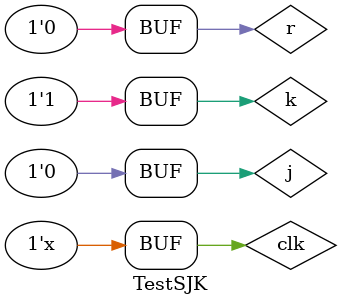
<source format=v>
module TestSJK;
reg clk,j,k,r;
wire q;

SyncJK sjk(clk,j,k,r,q);

always #2 clk=~clk;

initial begin
clk=0;   r=1;
j=1;     k=0;
#7       j=1;    k=1;
#6       j=1;    k=1;
#6       j=0;    k=0;
#6       j=0;    k=1;
#7       r=0;
end
endmodule
    
</source>
